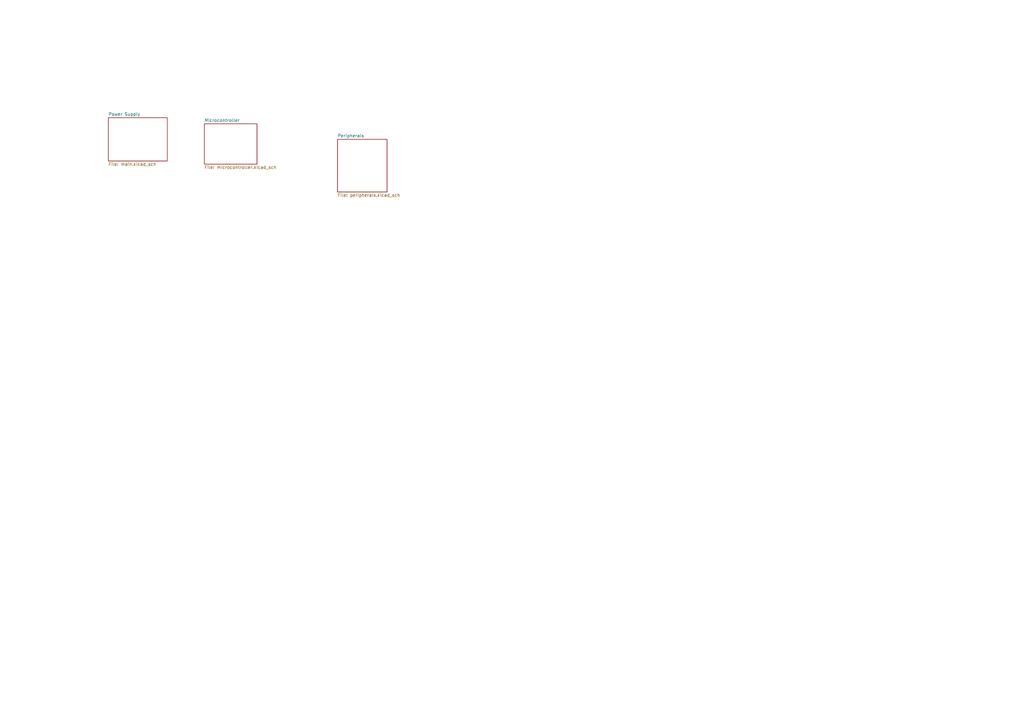
<source format=kicad_sch>
(kicad_sch
	(version 20250114)
	(generator "eeschema")
	(generator_version "9.0")
	(uuid "b90666d0-8852-4bb1-832d-f9d855027372")
	(paper "A3")
	(lib_symbols)
	(sheet
		(at 138.43 57.15)
		(size 20.32 21.59)
		(exclude_from_sim no)
		(in_bom yes)
		(on_board yes)
		(dnp no)
		(fields_autoplaced yes)
		(stroke
			(width 0.1524)
			(type solid)
		)
		(fill
			(color 0 0 0 0.0000)
		)
		(uuid "a1f414e1-5df9-4629-ac63-50177a532799")
		(property "Sheetname" "Peripherals"
			(at 138.43 56.4384 0)
			(effects
				(font
					(size 1.27 1.27)
				)
				(justify left bottom)
			)
		)
		(property "Sheetfile" "peripherals.kicad_sch"
			(at 138.43 79.3246 0)
			(effects
				(font
					(size 1.27 1.27)
				)
				(justify left top)
			)
		)
		(instances
			(project "zbook"
				(path "/b90666d0-8852-4bb1-832d-f9d855027372"
					(page "4")
				)
			)
		)
	)
	(sheet
		(at 83.82 50.8)
		(size 21.59 16.51)
		(exclude_from_sim no)
		(in_bom yes)
		(on_board yes)
		(dnp no)
		(fields_autoplaced yes)
		(stroke
			(width 0.1524)
			(type solid)
		)
		(fill
			(color 0 0 0 0.0000)
		)
		(uuid "d36fc6ee-483e-4a4a-988a-06a4ba308aa7")
		(property "Sheetname" "Microcontroller"
			(at 83.82 50.0884 0)
			(effects
				(font
					(size 1.27 1.27)
				)
				(justify left bottom)
			)
		)
		(property "Sheetfile" "microcontroller.kicad_sch"
			(at 83.82 67.8946 0)
			(effects
				(font
					(size 1.27 1.27)
				)
				(justify left top)
			)
		)
		(instances
			(project "zbook"
				(path "/b90666d0-8852-4bb1-832d-f9d855027372"
					(page "3")
				)
			)
		)
	)
	(sheet
		(at 44.45 48.26)
		(size 24.13 17.78)
		(exclude_from_sim no)
		(in_bom yes)
		(on_board yes)
		(dnp no)
		(fields_autoplaced yes)
		(stroke
			(width 0.1524)
			(type solid)
		)
		(fill
			(color 0 0 0 0.0000)
		)
		(uuid "d670a894-5140-4373-b43b-8923af8a146b")
		(property "Sheetname" "Power Supply"
			(at 44.45 47.5484 0)
			(effects
				(font
					(size 1.27 1.27)
				)
				(justify left bottom)
			)
		)
		(property "Sheetfile" "main.kicad_sch"
			(at 44.45 66.6246 0)
			(effects
				(font
					(size 1.27 1.27)
				)
				(justify left top)
			)
		)
		(instances
			(project "zbook"
				(path "/b90666d0-8852-4bb1-832d-f9d855027372"
					(page "2")
				)
			)
		)
	)
	(sheet_instances
		(path "/"
			(page "1")
		)
	)
	(embedded_fonts no)
)

</source>
